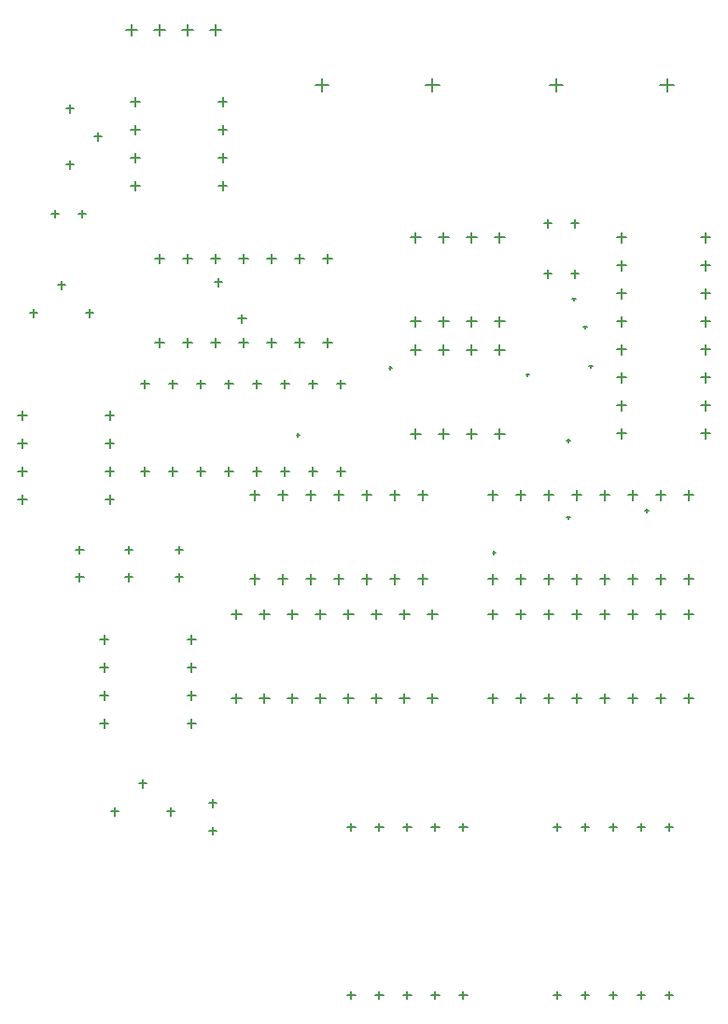
<source format=gbr>
%TF.GenerationSoftware,Altium Limited,Altium Designer,23.5.1 (21)*%
G04 Layer_Color=128*
%FSLAX45Y45*%
%MOMM*%
%TF.SameCoordinates,7ECB1A03-3DEC-426C-BD6E-5A7E68E82EE6*%
%TF.FilePolarity,Positive*%
%TF.FileFunction,Drillmap*%
%TF.Part,Single*%
G01*
G75*
%TA.AperFunction,NonConductor*%
%ADD35C,0.12700*%
D35*
X6355800Y3860800D02*
X6445800D01*
X6400800Y3815800D02*
Y3905800D01*
X6101800Y3860800D02*
X6191800D01*
X6146800Y3815800D02*
Y3905800D01*
X5847800Y3860800D02*
X5937800D01*
X5892800Y3815800D02*
Y3905800D01*
X5593800Y3860800D02*
X5683800D01*
X5638800Y3815800D02*
Y3905800D01*
X5339800Y3860800D02*
X5429800D01*
X5384800Y3815800D02*
Y3905800D01*
X5085800Y3860800D02*
X5175800D01*
X5130800Y3815800D02*
Y3905800D01*
X4831800Y3860800D02*
X4921800D01*
X4876800Y3815800D02*
Y3905800D01*
X4577800Y3860800D02*
X4667800D01*
X4622800Y3815800D02*
Y3905800D01*
X6355800Y3098800D02*
X6445800D01*
X6400800Y3053800D02*
Y3143800D01*
X6101800Y3098800D02*
X6191800D01*
X6146800Y3053800D02*
Y3143800D01*
X5847800Y3098800D02*
X5937800D01*
X5892800Y3053800D02*
Y3143800D01*
X5593800Y3098800D02*
X5683800D01*
X5638800Y3053800D02*
Y3143800D01*
X5339800Y3098800D02*
X5429800D01*
X5384800Y3053800D02*
Y3143800D01*
X5085800Y3098800D02*
X5175800D01*
X5130800Y3053800D02*
Y3143800D01*
X4831800Y3098800D02*
X4921800D01*
X4876800Y3053800D02*
Y3143800D01*
X4577800Y3098800D02*
X4667800D01*
X4622800Y3053800D02*
Y3143800D01*
X3942800Y4178300D02*
X4032800D01*
X3987800Y4133300D02*
Y4223300D01*
X3688800Y4178300D02*
X3778800D01*
X3733800Y4133300D02*
Y4223300D01*
X3434800Y4178300D02*
X3524800D01*
X3479800Y4133300D02*
Y4223300D01*
X3180800Y4178300D02*
X3270800D01*
X3225800Y4133300D02*
Y4223300D01*
X2926800Y4178300D02*
X3016800D01*
X2971800Y4133300D02*
Y4223300D01*
X2672800Y4178300D02*
X2762800D01*
X2717800Y4133300D02*
Y4223300D01*
X2418800Y4178300D02*
X2508800D01*
X2463800Y4133300D02*
Y4223300D01*
X3942800Y4940300D02*
X4032800D01*
X3987800Y4895300D02*
Y4985300D01*
X3688800Y4940300D02*
X3778800D01*
X3733800Y4895300D02*
Y4985300D01*
X3434800Y4940300D02*
X3524800D01*
X3479800Y4895300D02*
Y4985300D01*
X3180800Y4940300D02*
X3270800D01*
X3225800Y4895300D02*
Y4985300D01*
X2926800Y4940300D02*
X3016800D01*
X2971800Y4895300D02*
Y4985300D01*
X2672800Y4940300D02*
X2762800D01*
X2717800Y4895300D02*
Y4985300D01*
X2418800Y4940300D02*
X2508800D01*
X2463800Y4895300D02*
Y4985300D01*
X3207700Y5156200D02*
X3285700D01*
X3246700Y5117200D02*
Y5195200D01*
X2953700Y5156200D02*
X3031700D01*
X2992700Y5117200D02*
Y5195200D01*
X2699700Y5156200D02*
X2777700D01*
X2738700Y5117200D02*
Y5195200D01*
X2445700Y5156200D02*
X2523700D01*
X2484700Y5117200D02*
Y5195200D01*
X2191700Y5156200D02*
X2269700D01*
X2230700Y5117200D02*
Y5195200D01*
X1937700Y5156200D02*
X2015700D01*
X1976700Y5117200D02*
Y5195200D01*
X1683700Y5156200D02*
X1761700D01*
X1722700Y5117200D02*
Y5195200D01*
X1429700Y5156200D02*
X1507700D01*
X1468700Y5117200D02*
Y5195200D01*
X1429700Y5950200D02*
X1507700D01*
X1468700Y5911200D02*
Y5989200D01*
X1683700Y5950200D02*
X1761700D01*
X1722700Y5911200D02*
Y5989200D01*
X1937700Y5950200D02*
X2015700D01*
X1976700Y5911200D02*
Y5989200D01*
X2191700Y5950200D02*
X2269700D01*
X2230700Y5911200D02*
Y5989200D01*
X2445700Y5950200D02*
X2523700D01*
X2484700Y5911200D02*
Y5989200D01*
X2699700Y5950200D02*
X2777700D01*
X2738700Y5911200D02*
Y5989200D01*
X2953700Y5950200D02*
X3031700D01*
X2992700Y5911200D02*
Y5989200D01*
X3207700Y5950200D02*
X3285700D01*
X3246700Y5911200D02*
Y5989200D01*
X316600Y4902200D02*
X394600D01*
X355600Y4863200D02*
Y4941200D01*
X316600Y5156200D02*
X394600D01*
X355600Y5117200D02*
Y5195200D01*
X316600Y5410200D02*
X394600D01*
X355600Y5371200D02*
Y5449200D01*
X316600Y5664200D02*
X394600D01*
X355600Y5625200D02*
Y5703200D01*
X1110600Y5664200D02*
X1188600D01*
X1149600Y5625200D02*
Y5703200D01*
X1110600Y5410200D02*
X1188600D01*
X1149600Y5371200D02*
Y5449200D01*
X1110600Y5156200D02*
X1188600D01*
X1149600Y5117200D02*
Y5195200D01*
X1110600Y4902200D02*
X1188600D01*
X1149600Y4863200D02*
Y4941200D01*
X3304600Y406400D02*
X3375600D01*
X3340100Y370900D02*
Y441900D01*
X3558600Y406400D02*
X3629600D01*
X3594100Y370900D02*
Y441900D01*
X3812600Y406400D02*
X3883600D01*
X3848100Y370900D02*
Y441900D01*
X4066600Y406400D02*
X4137600D01*
X4102100Y370900D02*
Y441900D01*
X4320600Y406400D02*
X4391600D01*
X4356100Y370900D02*
Y441900D01*
X4320600Y1930400D02*
X4391600D01*
X4356100Y1894900D02*
Y1965900D01*
X4066600Y1930400D02*
X4137600D01*
X4102100Y1894900D02*
Y1965900D01*
X3812600Y1930400D02*
X3883600D01*
X3848100Y1894900D02*
Y1965900D01*
X3558600Y1930400D02*
X3629600D01*
X3594100Y1894900D02*
Y1965900D01*
X3304600Y1930400D02*
X3375600D01*
X3340100Y1894900D02*
Y1965900D01*
X5171500Y406400D02*
X5242500D01*
X5207000Y370900D02*
Y441900D01*
X5425500Y406400D02*
X5496500D01*
X5461000Y370900D02*
Y441900D01*
X5679500Y406400D02*
X5750500D01*
X5715000Y370900D02*
Y441900D01*
X5933500Y406400D02*
X6004500D01*
X5969000Y370900D02*
Y441900D01*
X6187500Y406400D02*
X6258500D01*
X6223000Y370900D02*
Y441900D01*
X6187500Y1930400D02*
X6258500D01*
X6223000Y1894900D02*
Y1965900D01*
X5933500Y1930400D02*
X6004500D01*
X5969000Y1894900D02*
Y1965900D01*
X5679500Y1930400D02*
X5750500D01*
X5715000Y1894900D02*
Y1965900D01*
X5425500Y1930400D02*
X5496500D01*
X5461000Y1894900D02*
Y1965900D01*
X5171500Y1930400D02*
X5242500D01*
X5207000Y1894900D02*
Y1965900D01*
X1853300Y3632200D02*
X1931300D01*
X1892300Y3593200D02*
Y3671200D01*
X1853300Y3378200D02*
X1931300D01*
X1892300Y3339200D02*
Y3417200D01*
X1853300Y3124200D02*
X1931300D01*
X1892300Y3085200D02*
Y3163200D01*
X1853300Y2870200D02*
X1931300D01*
X1892300Y2831200D02*
Y2909200D01*
X1059300Y2870200D02*
X1137300D01*
X1098300Y2831200D02*
Y2909200D01*
X1059300Y3124200D02*
X1137300D01*
X1098300Y3085200D02*
Y3163200D01*
X1059300Y3378200D02*
X1137300D01*
X1098300Y3339200D02*
Y3417200D01*
X1059300Y3632200D02*
X1137300D01*
X1098300Y3593200D02*
Y3671200D01*
X1342000Y7747000D02*
X1420000D01*
X1381000Y7708000D02*
Y7786000D01*
X1342000Y8001000D02*
X1420000D01*
X1381000Y7962000D02*
Y8040000D01*
X1342000Y8255000D02*
X1420000D01*
X1381000Y8216000D02*
Y8294000D01*
X1342000Y8509000D02*
X1420000D01*
X1381000Y8470000D02*
Y8548000D01*
X2136000Y8509000D02*
X2214000D01*
X2175000Y8470000D02*
Y8548000D01*
X2136000Y8255000D02*
X2214000D01*
X2175000Y8216000D02*
Y8294000D01*
X2136000Y8001000D02*
X2214000D01*
X2175000Y7962000D02*
Y8040000D01*
X2136000Y7747000D02*
X2214000D01*
X2175000Y7708000D02*
Y7786000D01*
X2047800Y1896300D02*
X2117800D01*
X2082800Y1861300D02*
Y1931300D01*
X2047800Y2146300D02*
X2117800D01*
X2082800Y2111300D02*
Y2181300D01*
X4031700Y3860800D02*
X4121700D01*
X4076700Y3815800D02*
Y3905800D01*
X3777700Y3860800D02*
X3867700D01*
X3822700Y3815800D02*
Y3905800D01*
X3523700Y3860800D02*
X3613700D01*
X3568700Y3815800D02*
Y3905800D01*
X3269700Y3860800D02*
X3359700D01*
X3314700Y3815800D02*
Y3905800D01*
X3015700Y3860800D02*
X3105700D01*
X3060700Y3815800D02*
Y3905800D01*
X2761700Y3860800D02*
X2851700D01*
X2806700Y3815800D02*
Y3905800D01*
X2507700Y3860800D02*
X2597700D01*
X2552700Y3815800D02*
Y3905800D01*
X2253700Y3860800D02*
X2343700D01*
X2298700Y3815800D02*
Y3905800D01*
X4031700Y3098800D02*
X4121700D01*
X4076700Y3053800D02*
Y3143800D01*
X3777700Y3098800D02*
X3867700D01*
X3822700Y3053800D02*
Y3143800D01*
X3523700Y3098800D02*
X3613700D01*
X3568700Y3053800D02*
Y3143800D01*
X3269700Y3098800D02*
X3359700D01*
X3314700Y3053800D02*
Y3143800D01*
X3015700Y3098800D02*
X3105700D01*
X3060700Y3053800D02*
Y3143800D01*
X2761700Y3098800D02*
X2851700D01*
X2806700Y3053800D02*
Y3143800D01*
X2507700Y3098800D02*
X2597700D01*
X2552700Y3053800D02*
Y3143800D01*
X2253700Y3098800D02*
X2343700D01*
X2298700Y3053800D02*
Y3143800D01*
X3079200Y7086600D02*
X3169200D01*
X3124200Y7041600D02*
Y7131600D01*
X2825200Y7086600D02*
X2915200D01*
X2870200Y7041600D02*
Y7131600D01*
X2571200Y7086600D02*
X2661200D01*
X2616200Y7041600D02*
Y7131600D01*
X2317200Y7086600D02*
X2407200D01*
X2362200Y7041600D02*
Y7131600D01*
X2063200Y7086600D02*
X2153200D01*
X2108200Y7041600D02*
Y7131600D01*
X1809200Y7086600D02*
X1899200D01*
X1854200Y7041600D02*
Y7131600D01*
X1555200Y7086600D02*
X1645200D01*
X1600200Y7041600D02*
Y7131600D01*
X3079200Y6324600D02*
X3169200D01*
X3124200Y6279600D02*
Y6369600D01*
X2825200Y6324600D02*
X2915200D01*
X2870200Y6279600D02*
Y6369600D01*
X2571200Y6324600D02*
X2661200D01*
X2616200Y6279600D02*
Y6369600D01*
X2317200Y6324600D02*
X2407200D01*
X2362200Y6279600D02*
Y6369600D01*
X2063200Y6324600D02*
X2153200D01*
X2108200Y6279600D02*
Y6369600D01*
X1809200Y6324600D02*
X1899200D01*
X1854200Y6279600D02*
Y6369600D01*
X1555200Y6324600D02*
X1645200D01*
X1600200Y6279600D02*
Y6369600D01*
X927700Y6591300D02*
X1002700D01*
X965200Y6553800D02*
Y6628800D01*
X673700Y6845300D02*
X748700D01*
X711200Y6807800D02*
Y6882800D01*
X419700Y6591300D02*
X494700D01*
X457200Y6553800D02*
Y6628800D01*
X749900Y7937500D02*
X824900D01*
X787400Y7900000D02*
Y7975000D01*
X1003900Y8191500D02*
X1078900D01*
X1041400Y8154000D02*
Y8229000D01*
X749900Y8445500D02*
X824900D01*
X787400Y8408000D02*
Y8483000D01*
X1664300Y2070100D02*
X1739300D01*
X1701800Y2032600D02*
Y2107600D01*
X1410300Y2324100D02*
X1485300D01*
X1447800Y2286600D02*
Y2361600D01*
X1156300Y2070100D02*
X1231300D01*
X1193800Y2032600D02*
Y2107600D01*
X5746200Y7277100D02*
X5836200D01*
X5791200Y7232100D02*
Y7322100D01*
X5746200Y7023100D02*
X5836200D01*
X5791200Y6978100D02*
Y7068100D01*
X5746200Y6769100D02*
X5836200D01*
X5791200Y6724100D02*
Y6814100D01*
X5746200Y6515100D02*
X5836200D01*
X5791200Y6470100D02*
Y6560100D01*
X5746200Y6261100D02*
X5836200D01*
X5791200Y6216100D02*
Y6306100D01*
X5746200Y6007100D02*
X5836200D01*
X5791200Y5962100D02*
Y6052100D01*
X5746200Y5753100D02*
X5836200D01*
X5791200Y5708100D02*
Y5798100D01*
X5746200Y5499100D02*
X5836200D01*
X5791200Y5454100D02*
Y5544100D01*
X6508200Y7277100D02*
X6598200D01*
X6553200Y7232100D02*
Y7322100D01*
X6508200Y7023100D02*
X6598200D01*
X6553200Y6978100D02*
Y7068100D01*
X6508200Y6769100D02*
X6598200D01*
X6553200Y6724100D02*
Y6814100D01*
X6508200Y6515100D02*
X6598200D01*
X6553200Y6470100D02*
Y6560100D01*
X6508200Y6261100D02*
X6598200D01*
X6553200Y6216100D02*
Y6306100D01*
X6508200Y6007100D02*
X6598200D01*
X6553200Y5962100D02*
Y6052100D01*
X6508200Y5753100D02*
X6598200D01*
X6553200Y5708100D02*
Y5798100D01*
X6508200Y5499100D02*
X6598200D01*
X6553200Y5454100D02*
Y5544100D01*
X5335100Y7404100D02*
X5405100D01*
X5370100Y7369100D02*
Y7439100D01*
X5085100Y7404100D02*
X5155100D01*
X5120100Y7369100D02*
Y7439100D01*
X5335100Y6946900D02*
X5405100D01*
X5370100Y6911900D02*
Y6981900D01*
X5085100Y6946900D02*
X5155100D01*
X5120100Y6911900D02*
Y6981900D01*
X6355800Y4940300D02*
X6445800D01*
X6400800Y4895300D02*
Y4985300D01*
X6101800Y4940300D02*
X6191800D01*
X6146800Y4895300D02*
Y4985300D01*
X5847800Y4940300D02*
X5937800D01*
X5892800Y4895300D02*
Y4985300D01*
X5593800Y4940300D02*
X5683800D01*
X5638800Y4895300D02*
Y4985300D01*
X5339800Y4940300D02*
X5429800D01*
X5384800Y4895300D02*
Y4985300D01*
X5085800Y4940300D02*
X5175800D01*
X5130800Y4895300D02*
Y4985300D01*
X4831800Y4940300D02*
X4921800D01*
X4876800Y4895300D02*
Y4985300D01*
X4577800Y4940300D02*
X4667800D01*
X4622800Y4895300D02*
Y4985300D01*
X6355800Y4178300D02*
X6445800D01*
X6400800Y4133300D02*
Y4223300D01*
X6101800Y4178300D02*
X6191800D01*
X6146800Y4133300D02*
Y4223300D01*
X5847800Y4178300D02*
X5937800D01*
X5892800Y4133300D02*
Y4223300D01*
X5593800Y4178300D02*
X5683800D01*
X5638800Y4133300D02*
Y4223300D01*
X5339800Y4178300D02*
X5429800D01*
X5384800Y4133300D02*
Y4223300D01*
X5085800Y4178300D02*
X5175800D01*
X5130800Y4133300D02*
Y4223300D01*
X4831800Y4178300D02*
X4921800D01*
X4876800Y4133300D02*
Y4223300D01*
X4577800Y4178300D02*
X4667800D01*
X4622800Y4133300D02*
Y4223300D01*
X4641300Y6258225D02*
X4731300D01*
X4686300Y6213226D02*
Y6303225D01*
X4387300Y6258225D02*
X4477300D01*
X4432300Y6213226D02*
Y6303225D01*
X4133300Y6258225D02*
X4223300D01*
X4178300Y6213226D02*
Y6303225D01*
X3879300Y6258225D02*
X3969300D01*
X3924300Y6213226D02*
Y6303225D01*
X4641300Y5496225D02*
X4731300D01*
X4686300Y5451226D02*
Y5541225D01*
X4387300Y5496225D02*
X4477300D01*
X4432300Y5451226D02*
Y5541225D01*
X4133300Y5496225D02*
X4223300D01*
X4178300Y5451226D02*
Y5541225D01*
X3879300Y5496225D02*
X3969300D01*
X3924300Y5451226D02*
Y5541225D01*
X3879300Y6515100D02*
X3969300D01*
X3924300Y6470100D02*
Y6560100D01*
X4133300Y6515100D02*
X4223300D01*
X4178300Y6470100D02*
Y6560100D01*
X4387300Y6515100D02*
X4477300D01*
X4432300Y6470100D02*
Y6560100D01*
X4641300Y6515100D02*
X4731300D01*
X4686300Y6470100D02*
Y6560100D01*
X3879300Y7277100D02*
X3969300D01*
X3924300Y7232100D02*
Y7322100D01*
X4133300Y7277100D02*
X4223300D01*
X4178300Y7232100D02*
Y7322100D01*
X4387300Y7277100D02*
X4477300D01*
X4432300Y7232100D02*
Y7322100D01*
X4641300Y7277100D02*
X4731300D01*
X4686300Y7232100D02*
Y7322100D01*
X1743000Y4195000D02*
X1813000D01*
X1778000Y4160000D02*
Y4230000D01*
X1743000Y4445000D02*
X1813000D01*
X1778000Y4410000D02*
Y4480000D01*
X1285800Y4195000D02*
X1355800D01*
X1320800Y4160000D02*
Y4230000D01*
X1285800Y4445000D02*
X1355800D01*
X1320800Y4410000D02*
Y4480000D01*
X841300Y4195000D02*
X911300D01*
X876300Y4160000D02*
Y4230000D01*
X841300Y4445000D02*
X911300D01*
X876300Y4410000D02*
Y4480000D01*
X614700Y7493000D02*
X684700D01*
X649700Y7458000D02*
Y7528000D01*
X864700Y7493000D02*
X934700D01*
X899700Y7458000D02*
Y7528000D01*
X1549200Y9156700D02*
X1651200D01*
X1600200Y9105700D02*
Y9207700D01*
X1295200Y9156700D02*
X1397200D01*
X1346200Y9105700D02*
Y9207700D01*
X1803200Y9156700D02*
X1905200D01*
X1854200Y9105700D02*
Y9207700D01*
X2057200Y9156700D02*
X2159200D01*
X2108200Y9105700D02*
Y9207700D01*
X4016700Y8661400D02*
X4136700D01*
X4076700Y8601400D02*
Y8721400D01*
X3016700Y8661400D02*
X3136700D01*
X3076700Y8601400D02*
Y8721400D01*
X6142300Y8661400D02*
X6262300D01*
X6202300Y8601400D02*
Y8721400D01*
X5142300Y8661400D02*
X5262300D01*
X5202300Y8601400D02*
Y8721400D01*
X5293600Y5435600D02*
X5323600D01*
X5308600Y5420600D02*
Y5450600D01*
X2098040Y6870700D02*
X2169160D01*
X2133600Y6835140D02*
Y6906260D01*
X2313940Y6540500D02*
X2385060D01*
X2349500Y6504940D02*
Y6576060D01*
X2842500Y5486400D02*
X2872500D01*
X2857500Y5471400D02*
Y5501400D01*
X5344400Y6718300D02*
X5374400D01*
X5359400Y6703300D02*
Y6733300D01*
X5446000Y6464300D02*
X5476000D01*
X5461000Y6449300D02*
Y6479300D01*
X5496800Y6108700D02*
X5526800D01*
X5511800Y6093700D02*
Y6123700D01*
X3680700Y6096000D02*
X3710700D01*
X3695700Y6081000D02*
Y6111000D01*
X4620500Y4419600D02*
X4650500D01*
X4635500Y4404600D02*
Y4434600D01*
X5293600Y4737100D02*
X5323600D01*
X5308600Y4722100D02*
Y4752100D01*
X6004800Y4800600D02*
X6034800D01*
X6019800Y4785600D02*
Y4815600D01*
X4925300Y6032500D02*
X4955300D01*
X4940300Y6017500D02*
Y6047500D01*
%TF.MD5,5877d1e4a3ac4b571be07d11cad74d12*%
M02*

</source>
